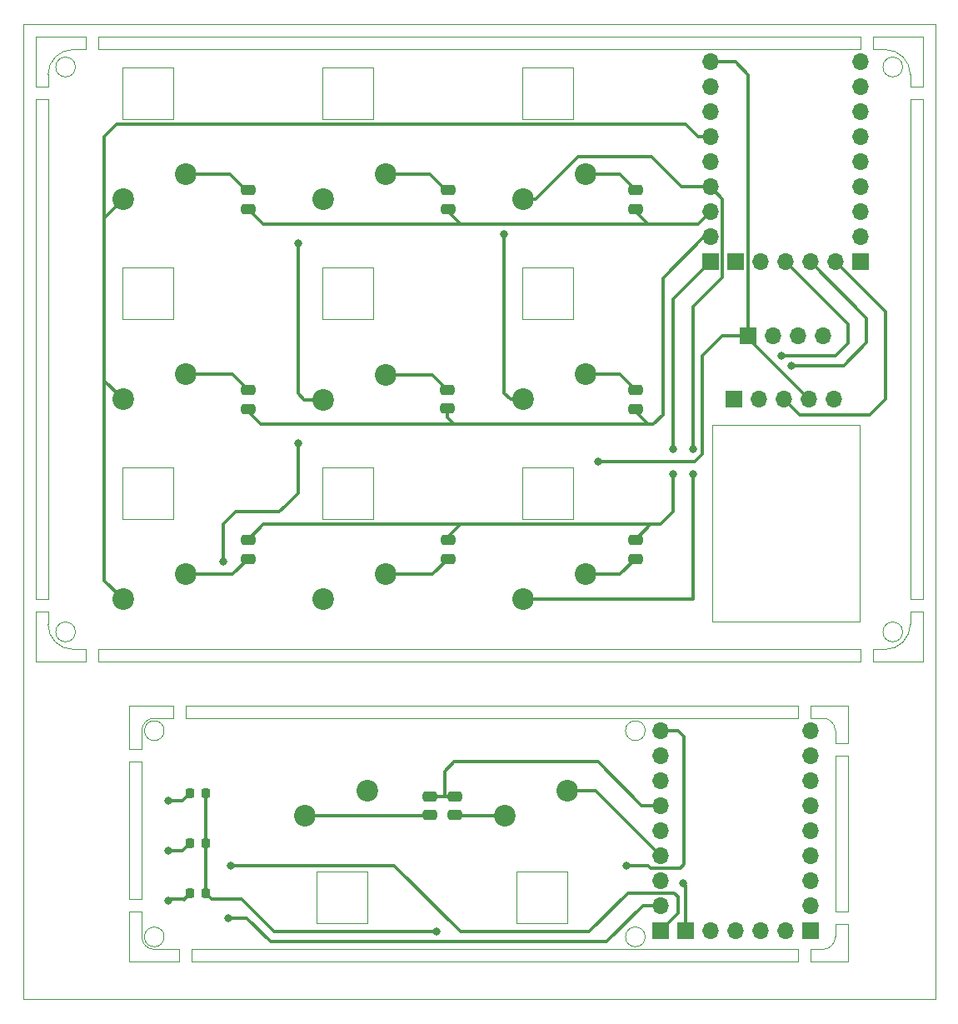
<source format=gbr>
%TF.GenerationSoftware,KiCad,Pcbnew,(6.0.5)*%
%TF.CreationDate,2022-06-14T18:11:56+08:00*%
%TF.ProjectId,keyboard_V4___,6b657962-6f61-4726-945f-56345f087f2e,rev?*%
%TF.SameCoordinates,Original*%
%TF.FileFunction,Copper,L1,Top*%
%TF.FilePolarity,Positive*%
%FSLAX46Y46*%
G04 Gerber Fmt 4.6, Leading zero omitted, Abs format (unit mm)*
G04 Created by KiCad (PCBNEW (6.0.5)) date 2022-06-14 18:11:56*
%MOMM*%
%LPD*%
G01*
G04 APERTURE LIST*
G04 Aperture macros list*
%AMRoundRect*
0 Rectangle with rounded corners*
0 $1 Rounding radius*
0 $2 $3 $4 $5 $6 $7 $8 $9 X,Y pos of 4 corners*
0 Add a 4 corners polygon primitive as box body*
4,1,4,$2,$3,$4,$5,$6,$7,$8,$9,$2,$3,0*
0 Add four circle primitives for the rounded corners*
1,1,$1+$1,$2,$3*
1,1,$1+$1,$4,$5*
1,1,$1+$1,$6,$7*
1,1,$1+$1,$8,$9*
0 Add four rect primitives between the rounded corners*
20,1,$1+$1,$2,$3,$4,$5,0*
20,1,$1+$1,$4,$5,$6,$7,0*
20,1,$1+$1,$6,$7,$8,$9,0*
20,1,$1+$1,$8,$9,$2,$3,0*%
G04 Aperture macros list end*
%TA.AperFunction,Profile*%
%ADD10C,0.050000*%
%TD*%
%TA.AperFunction,SMDPad,CuDef*%
%ADD11RoundRect,0.218750X-0.218750X-0.256250X0.218750X-0.256250X0.218750X0.256250X-0.218750X0.256250X0*%
%TD*%
%TA.AperFunction,SMDPad,CuDef*%
%ADD12RoundRect,0.250000X-0.475000X0.250000X-0.475000X-0.250000X0.475000X-0.250000X0.475000X0.250000X0*%
%TD*%
%TA.AperFunction,ComponentPad*%
%ADD13C,2.200000*%
%TD*%
%TA.AperFunction,ComponentPad*%
%ADD14R,1.700000X1.700000*%
%TD*%
%TA.AperFunction,ComponentPad*%
%ADD15O,1.700000X1.700000*%
%TD*%
%TA.AperFunction,SMDPad,CuDef*%
%ADD16RoundRect,0.250000X0.475000X-0.250000X0.475000X0.250000X-0.475000X0.250000X-0.475000X-0.250000X0*%
%TD*%
%TA.AperFunction,ViaPad*%
%ADD17C,0.800000*%
%TD*%
%TA.AperFunction,Conductor*%
%ADD18C,0.304800*%
%TD*%
G04 APERTURE END LIST*
D10*
X110490000Y-125095000D02*
G75*
G03*
X109220000Y-123825000I-1270000J0D01*
G01*
X40005000Y-146050000D02*
G75*
G03*
X41275000Y-147320000I1270000J0D01*
G01*
X119380000Y-60960000D02*
X118110000Y-60960000D01*
X114300000Y-116840000D02*
X114300000Y-118110000D01*
X30480000Y-113030000D02*
X30480000Y-114300000D01*
X106680000Y-148590000D02*
X106680000Y-147320000D01*
X44450000Y-122555000D02*
X44450000Y-123825000D01*
X40005000Y-125095000D02*
X40005000Y-127000000D01*
X111760000Y-148590000D02*
X111760000Y-144780000D01*
X43241538Y-103567747D02*
X38059938Y-103567747D01*
X38059938Y-103567747D02*
X38059938Y-98356147D01*
X38059938Y-98356147D02*
X43241538Y-98356147D01*
X43241538Y-98356147D02*
X43241538Y-103567747D01*
X110490000Y-126365000D02*
X110490000Y-125095000D01*
X109220000Y-147320000D02*
G75*
G03*
X110490000Y-146050000I0J1270000D01*
G01*
X119380000Y-111760000D02*
X119380000Y-60960000D01*
X113030000Y-55880000D02*
X35560000Y-55880000D01*
X118110000Y-111760000D02*
X119380000Y-111760000D01*
X57789200Y-139414200D02*
X62970800Y-139414200D01*
X62970800Y-139414200D02*
X62970800Y-144666600D01*
X62970800Y-144666600D02*
X57789200Y-144666600D01*
X57789200Y-144666600D02*
X57789200Y-139414200D01*
X113030000Y-55880000D02*
X113030000Y-54610000D01*
X29210000Y-54610000D02*
X29210000Y-59690000D01*
X107950000Y-147320000D02*
X107950000Y-148590000D01*
X35560000Y-116840000D02*
X35560000Y-118110000D01*
X34290000Y-54610000D02*
X34290000Y-55880000D01*
X83870800Y-83235800D02*
X78689200Y-83235800D01*
X78689200Y-83235800D02*
X78689200Y-78054200D01*
X78689200Y-78054200D02*
X83870800Y-78054200D01*
X83870800Y-78054200D02*
X83870800Y-83235800D01*
X40005000Y-128270000D02*
X40005000Y-142240000D01*
X27940000Y-53340000D02*
X120650000Y-53340000D01*
X120650000Y-53340000D02*
X120650000Y-152400000D01*
X120650000Y-152400000D02*
X27940000Y-152400000D01*
X27940000Y-152400000D02*
X27940000Y-53340000D01*
X40005000Y-143510000D02*
X40005000Y-146050000D01*
X114300000Y-55880000D02*
X114300000Y-54610000D01*
X117332000Y-57658000D02*
G75*
G03*
X117332000Y-57658000I-1000000J0D01*
G01*
X110490000Y-144780000D02*
X110490000Y-146050000D01*
X38735000Y-142240000D02*
X38735000Y-128270000D01*
X110490000Y-143510000D02*
X111760000Y-143510000D01*
X111760000Y-143510000D02*
X111760000Y-127635000D01*
X34290000Y-54610000D02*
X29210000Y-54610000D01*
X30480000Y-60960000D02*
X29210000Y-60960000D01*
X83876806Y-103618547D02*
X78695206Y-103618547D01*
X78695206Y-103618547D02*
X78695206Y-98315347D01*
X78695206Y-98315347D02*
X83876806Y-98315347D01*
X83876806Y-98315347D02*
X83876806Y-103618547D01*
X35560000Y-54610000D02*
X35560000Y-55880000D01*
X43241538Y-83255800D02*
X38059938Y-83255800D01*
X38059938Y-83255800D02*
X38059938Y-78054200D01*
X38059938Y-78054200D02*
X43241538Y-78054200D01*
X43241538Y-78054200D02*
X43241538Y-83255800D01*
X111760000Y-144780000D02*
X110490000Y-144780000D01*
X38735000Y-143510000D02*
X40005000Y-143510000D01*
X91170000Y-146050000D02*
G75*
G03*
X91170000Y-146050000I-1000000J0D01*
G01*
X30480000Y-59690000D02*
X30480000Y-58420000D01*
X29210000Y-60960000D02*
X29210000Y-111760000D01*
X119380000Y-54610000D02*
X119380000Y-59690000D01*
X63559172Y-83255800D02*
X58377572Y-83255800D01*
X58377572Y-83255800D02*
X58377572Y-78054200D01*
X58377572Y-78054200D02*
X63559172Y-78054200D01*
X63559172Y-78054200D02*
X63559172Y-83255800D01*
X63550800Y-103575000D02*
X58369200Y-103575000D01*
X58369200Y-103575000D02*
X58369200Y-98322600D01*
X58369200Y-98322600D02*
X63550800Y-98322600D01*
X63550800Y-98322600D02*
X63550800Y-103575000D01*
X33020000Y-55880000D02*
X34290000Y-55880000D01*
X43815000Y-148590000D02*
X43815000Y-147320000D01*
X119380000Y-118110000D02*
X119380000Y-113030000D01*
X43180000Y-123825000D02*
X41275000Y-123825000D01*
X115570000Y-55880000D02*
X114300000Y-55880000D01*
X117332000Y-115062000D02*
G75*
G03*
X117332000Y-115062000I-1000000J0D01*
G01*
X41275000Y-123825000D02*
G75*
G03*
X40005000Y-125095000I0J-1270000D01*
G01*
X40005000Y-127000000D02*
X38735000Y-127000000D01*
X114300000Y-54610000D02*
X119380000Y-54610000D01*
X78109200Y-139398800D02*
X83290800Y-139398800D01*
X83290800Y-139398800D02*
X83290800Y-144651200D01*
X83290800Y-144651200D02*
X78109200Y-144651200D01*
X78109200Y-144651200D02*
X78109200Y-139398800D01*
X118110000Y-60960000D02*
X118110000Y-111760000D01*
X113030000Y-54610000D02*
X35560000Y-54610000D01*
X30480000Y-60960000D02*
X30480000Y-111760000D01*
X106680000Y-147320000D02*
X45085000Y-147320000D01*
X44450000Y-123825000D02*
X106680000Y-123825000D01*
X30480000Y-114300000D02*
G75*
G03*
X33020000Y-116840000I2540000J0D01*
G01*
X42275000Y-125095000D02*
G75*
G03*
X42275000Y-125095000I-1000000J0D01*
G01*
X45085000Y-147320000D02*
X45085000Y-148590000D01*
X110490000Y-127635000D02*
X110490000Y-143510000D01*
X111760000Y-122555000D02*
X111760000Y-126365000D01*
X30480000Y-113030000D02*
X29210000Y-113030000D01*
X107950000Y-148590000D02*
X111760000Y-148590000D01*
X43230800Y-62935800D02*
X38049200Y-62935800D01*
X38049200Y-62935800D02*
X38049200Y-57714200D01*
X38049200Y-57714200D02*
X43230800Y-57714200D01*
X43230800Y-57714200D02*
X43230800Y-62935800D01*
X34290000Y-118110000D02*
X34290000Y-116840000D01*
X38735000Y-122555000D02*
X43180000Y-122555000D01*
X29210000Y-111760000D02*
X30480000Y-111760000D01*
X40005000Y-142240000D02*
X38735000Y-142240000D01*
X111760000Y-127635000D02*
X110490000Y-127635000D01*
X113030000Y-118110000D02*
X113030000Y-116840000D01*
X119380000Y-59690000D02*
X118110000Y-59690000D01*
X106680000Y-122555000D02*
X44450000Y-122555000D01*
X43815000Y-147320000D02*
X41275000Y-147320000D01*
X45085000Y-148590000D02*
X106680000Y-148590000D01*
X115570000Y-116840000D02*
X114300000Y-116840000D01*
X118110000Y-58420000D02*
X118110000Y-59690000D01*
X114300000Y-118110000D02*
X119380000Y-118110000D01*
X109220000Y-123825000D02*
X107950000Y-123825000D01*
X35560000Y-116840000D02*
X113030000Y-116840000D01*
X29210000Y-113030000D02*
X29210000Y-118110000D01*
X107950000Y-123825000D02*
X107950000Y-122555000D01*
X34290000Y-116840000D02*
X33020000Y-116840000D01*
X83870800Y-62925800D02*
X78689200Y-62925800D01*
X78689200Y-62925800D02*
X78689200Y-57683400D01*
X78689200Y-57683400D02*
X83870800Y-57683400D01*
X83870800Y-57683400D02*
X83870800Y-62925800D01*
X38735000Y-127000000D02*
X38735000Y-122555000D01*
X107950000Y-122555000D02*
X111760000Y-122555000D01*
X35560000Y-118110000D02*
X113030000Y-118110000D01*
X33258000Y-57658000D02*
G75*
G03*
X33258000Y-57658000I-1000000J0D01*
G01*
X38735000Y-143510000D02*
X38735000Y-148590000D01*
X91170000Y-125095000D02*
G75*
G03*
X91170000Y-125095000I-1000000J0D01*
G01*
X29210000Y-118110000D02*
X34290000Y-118110000D01*
X33020000Y-55880000D02*
G75*
G03*
X30480000Y-58420000I0J-2540000D01*
G01*
X118110000Y-58420000D02*
G75*
G03*
X115570000Y-55880000I-2540000J0D01*
G01*
X63550800Y-62935800D02*
X58369200Y-62935800D01*
X58369200Y-62935800D02*
X58369200Y-57714200D01*
X58369200Y-57714200D02*
X63550800Y-57714200D01*
X63550800Y-57714200D02*
X63550800Y-62935800D01*
X98000000Y-94000000D02*
X113000000Y-94000000D01*
X113000000Y-94000000D02*
X113000000Y-114000000D01*
X113000000Y-114000000D02*
X98000000Y-114000000D01*
X98000000Y-114000000D02*
X98000000Y-94000000D01*
X29210000Y-59690000D02*
X30480000Y-59690000D01*
X43180000Y-122555000D02*
X43180000Y-123825000D01*
X106680000Y-123825000D02*
X106680000Y-122555000D01*
X42275000Y-146050000D02*
G75*
G03*
X42275000Y-146050000I-1000000J0D01*
G01*
X118110000Y-113030000D02*
X118110000Y-114300000D01*
X115570000Y-116840000D02*
G75*
G03*
X118110000Y-114300000I0J2540000D01*
G01*
X33258000Y-115062000D02*
G75*
G03*
X33258000Y-115062000I-1000000J0D01*
G01*
X38735000Y-148590000D02*
X43815000Y-148590000D01*
X109220000Y-147320000D02*
X107950000Y-147320000D01*
X119380000Y-113030000D02*
X118110000Y-113030000D01*
X111760000Y-126365000D02*
X110490000Y-126365000D01*
X38735000Y-128270000D02*
X40005000Y-128270000D01*
D11*
%TO.P,MODE\uFF13,1*%
%TO.N,N/C*%
X44932500Y-141605000D03*
%TO.P,MODE\uFF13,2*%
X46507500Y-141605000D03*
%TD*%
%TO.P,MODE\uFF12,1*%
%TO.N,N/C*%
X44932500Y-136525000D03*
%TO.P,MODE\uFF12,2*%
X46507500Y-136525000D03*
%TD*%
%TO.P,MODE\uFF11,1*%
%TO.N,N/C*%
X44932500Y-131445000D03*
%TO.P,MODE\uFF11,2*%
X46507500Y-131445000D03*
%TD*%
D12*
%TO.P,TS4148,1*%
%TO.N,N/C*%
X71046677Y-90451243D03*
%TO.P,TS4148,2*%
X71046677Y-92351243D03*
%TD*%
D13*
%TO.P,SW7,1*%
%TO.N,N/C*%
X38100000Y-71120000D03*
%TO.P,SW7,2*%
X44450000Y-68580000D03*
%TD*%
%TO.P,SW8,1*%
%TO.N,N/C*%
X58420000Y-71120000D03*
%TO.P,SW8,2*%
X64770000Y-68580000D03*
%TD*%
D12*
%TO.P,TS4148,1*%
%TO.N,N/C*%
X50800000Y-70170000D03*
%TO.P,TS4148,2*%
X50800000Y-72070000D03*
%TD*%
%TO.P,TS4148,1*%
%TO.N,N/C*%
X71120000Y-105730000D03*
%TO.P,TS4148,2*%
X71120000Y-107630000D03*
%TD*%
D14*
%TO.P,REF\u002A\u002A,1*%
%TO.N,N/C*%
X95250000Y-145415000D03*
D15*
%TO.P,REF\u002A\u002A,2*%
X97790000Y-145415000D03*
%TO.P,REF\u002A\u002A,3*%
X100330000Y-145415000D03*
%TO.P,REF\u002A\u002A,4*%
X102870000Y-145415000D03*
%TO.P,REF\u002A\u002A,5*%
X105410000Y-145415000D03*
%TD*%
D14*
%TO.P,REF\u002A\u002A,1*%
%TO.N,N/C*%
X97790000Y-77470000D03*
D15*
%TO.P,REF\u002A\u002A,2*%
X97790000Y-74930000D03*
%TO.P,REF\u002A\u002A,3*%
X97790000Y-72390000D03*
%TO.P,REF\u002A\u002A,4*%
X97790000Y-69850000D03*
%TO.P,REF\u002A\u002A,5*%
X97790000Y-67310000D03*
%TO.P,REF\u002A\u002A,6*%
X97790000Y-64770000D03*
%TO.P,REF\u002A\u002A,7*%
X97790000Y-62230000D03*
%TO.P,REF\u002A\u002A,8*%
X97790000Y-59690000D03*
%TO.P,REF\u002A\u002A,9*%
X97790000Y-57150000D03*
%TD*%
D12*
%TO.P,TS4148,1*%
%TO.N,N/C*%
X90170000Y-70170000D03*
%TO.P,TS4148,2*%
X90170000Y-72070000D03*
%TD*%
%TO.P,TS4148,1*%
%TO.N,N/C*%
X50800000Y-90490000D03*
%TO.P,TS4148,2*%
X50800000Y-92390000D03*
%TD*%
D13*
%TO.P,SW3,1*%
%TO.N,N/C*%
X78740000Y-111760000D03*
%TO.P,SW3,2*%
X85090000Y-109220000D03*
%TD*%
%TO.P,SW7,1*%
%TO.N,N/C*%
X62920000Y-131220000D03*
%TO.P,SW7,2*%
X56570000Y-133760000D03*
%TD*%
%TO.P,SW7,1*%
%TO.N,N/C*%
X83240000Y-131220000D03*
%TO.P,SW7,2*%
X76890000Y-133760000D03*
%TD*%
%TO.P,SW2,1*%
%TO.N,N/C*%
X58420000Y-111760000D03*
%TO.P,SW2,2*%
X64770000Y-109220000D03*
%TD*%
%TO.P,SW4,1*%
%TO.N,N/C*%
X38100000Y-91440000D03*
%TO.P,SW4,2*%
X44450000Y-88900000D03*
%TD*%
D14*
%TO.P,REF\u002A\u002A,1*%
%TO.N,N/C*%
X113030000Y-77470000D03*
D15*
%TO.P,REF\u002A\u002A,2*%
X113030000Y-74930000D03*
%TO.P,REF\u002A\u002A,3*%
X113030000Y-72390000D03*
%TO.P,REF\u002A\u002A,4*%
X113030000Y-69850000D03*
%TO.P,REF\u002A\u002A,5*%
X113030000Y-67310000D03*
%TO.P,REF\u002A\u002A,6*%
X113030000Y-64770000D03*
%TO.P,REF\u002A\u002A,7*%
X113030000Y-62230000D03*
%TO.P,REF\u002A\u002A,8*%
X113030000Y-59690000D03*
%TO.P,REF\u002A\u002A,9*%
X113030000Y-57150000D03*
%TD*%
D16*
%TO.P,TS4148,1*%
%TO.N,N/C*%
X71810000Y-133665000D03*
%TO.P,TS4148,2*%
X71810000Y-131765000D03*
%TD*%
D13*
%TO.P,SW5,1*%
%TO.N,N/C*%
X58439218Y-91449609D03*
%TO.P,SW5,2*%
X64789218Y-88909609D03*
%TD*%
%TO.P,SW9,1*%
%TO.N,N/C*%
X78740000Y-71120000D03*
%TO.P,SW9,2*%
X85090000Y-68580000D03*
%TD*%
D12*
%TO.P,TS4148,1*%
%TO.N,N/C*%
X90170000Y-105730000D03*
%TO.P,TS4148,2*%
X90170000Y-107630000D03*
%TD*%
D14*
%TO.P,REF\u002A\u002A,1*%
%TO.N,N/C*%
X92710000Y-145415000D03*
D15*
%TO.P,REF\u002A\u002A,2*%
X92710000Y-142875000D03*
%TO.P,REF\u002A\u002A,3*%
X92710000Y-140335000D03*
%TO.P,REF\u002A\u002A,4*%
X92710000Y-137795000D03*
%TO.P,REF\u002A\u002A,5*%
X92710000Y-135255000D03*
%TO.P,REF\u002A\u002A,6*%
X92710000Y-132715000D03*
%TO.P,REF\u002A\u002A,7*%
X92710000Y-130175000D03*
%TO.P,REF\u002A\u002A,8*%
X92710000Y-127635000D03*
%TO.P,REF\u002A\u002A,9*%
X92710000Y-125095000D03*
%TD*%
D13*
%TO.P,SW6,1*%
%TO.N,N/C*%
X78740000Y-91440000D03*
%TO.P,SW6,2*%
X85090000Y-88900000D03*
%TD*%
D14*
%TO.P,REF\u002A\u002A,1*%
%TO.N,N/C*%
X107950000Y-145415000D03*
D15*
%TO.P,REF\u002A\u002A,2*%
X107950000Y-142875000D03*
%TO.P,REF\u002A\u002A,3*%
X107950000Y-140335000D03*
%TO.P,REF\u002A\u002A,4*%
X107950000Y-137795000D03*
%TO.P,REF\u002A\u002A,5*%
X107950000Y-135255000D03*
%TO.P,REF\u002A\u002A,6*%
X107950000Y-132715000D03*
%TO.P,REF\u002A\u002A,7*%
X107950000Y-130175000D03*
%TO.P,REF\u002A\u002A,8*%
X107950000Y-127635000D03*
%TO.P,REF\u002A\u002A,9*%
X107950000Y-125095000D03*
%TD*%
D13*
%TO.P,SW1,1*%
%TO.N,N/C*%
X38100000Y-111760000D03*
%TO.P,SW1,2*%
X44450000Y-109220000D03*
%TD*%
D14*
%TO.P,REF\u002A\u002A,1*%
%TO.N,N/C*%
X100330000Y-77470000D03*
D15*
%TO.P,REF\u002A\u002A,2*%
X102870000Y-77470000D03*
%TO.P,REF\u002A\u002A,3*%
X105410000Y-77470000D03*
%TO.P,REF\u002A\u002A,4*%
X107950000Y-77470000D03*
%TO.P,REF\u002A\u002A,5*%
X110490000Y-77470000D03*
%TD*%
D14*
%TO.P,OLED,1*%
%TO.N,N/C*%
X101610000Y-84963000D03*
D15*
%TO.P,OLED,2*%
X104150000Y-84963000D03*
%TO.P,OLED,3*%
X106690000Y-84963000D03*
%TO.P,OLED,4*%
X109230000Y-84963000D03*
%TD*%
D12*
%TO.P,TS4148,1*%
%TO.N,N/C*%
X90170000Y-90490000D03*
%TO.P,TS4148,2*%
X90170000Y-92390000D03*
%TD*%
D14*
%TO.P,EC11,1*%
%TO.N,N/C*%
X100203000Y-91440000D03*
D15*
%TO.P,EC11,2*%
X102743000Y-91440000D03*
%TO.P,EC11,3*%
X105283000Y-91440000D03*
%TO.P,EC11,4*%
X107823000Y-91440000D03*
%TO.P,EC11,5*%
X110363000Y-91440000D03*
%TD*%
D12*
%TO.P,TS4148,1*%
%TO.N,N/C*%
X50800000Y-105730000D03*
%TO.P,TS4148,2*%
X50800000Y-107630000D03*
%TD*%
%TO.P,TS4148,1*%
%TO.N,N/C*%
X71120000Y-70170000D03*
%TO.P,TS4148,2*%
X71120000Y-72070000D03*
%TD*%
D16*
%TO.P,TS4148,1*%
%TO.N,N/C*%
X69270000Y-133665000D03*
%TO.P,TS4148,2*%
X69270000Y-131765000D03*
%TD*%
D17*
%TO.N,*%
X69977000Y-145542000D03*
X49022000Y-138811000D03*
X106000000Y-88000000D03*
X76835000Y-74676000D03*
X42672000Y-142367000D03*
X96000000Y-96520000D03*
X96000000Y-99060000D03*
X42672000Y-132207000D03*
X42672000Y-137287000D03*
X55880000Y-95885000D03*
X94000000Y-96520000D03*
X93980000Y-99000000D03*
X55880000Y-75565000D03*
X105000000Y-87000000D03*
X48260000Y-107950000D03*
X48768000Y-144145000D03*
X94996000Y-140589000D03*
X89281000Y-138811000D03*
X86360000Y-97790000D03*
%TD*%
D18*
%TO.N,*%
X42672000Y-132207000D02*
X44170500Y-132207000D01*
X44170500Y-132207000D02*
X44932500Y-131445000D01*
X44170500Y-137287000D02*
X44932500Y-136525000D01*
X42672000Y-137287000D02*
X44170500Y-137287000D01*
X47142500Y-142240000D02*
X46507500Y-141605000D01*
X53467000Y-145542000D02*
X50165000Y-142240000D01*
X50165000Y-142240000D02*
X47142500Y-142240000D01*
X69977000Y-145542000D02*
X53467000Y-145542000D01*
X46507500Y-141605000D02*
X46507500Y-131445000D01*
X44268500Y-142240000D02*
X44283000Y-142254500D01*
X42799000Y-142240000D02*
X44268500Y-142240000D01*
X42672000Y-142367000D02*
X42799000Y-142240000D01*
X44283000Y-142254500D02*
X44932500Y-141605000D01*
X44450000Y-109220000D02*
X49210000Y-109220000D01*
X95250000Y-145415000D02*
X95250000Y-140843000D01*
X44450000Y-88900000D02*
X49210000Y-88900000D01*
X49022000Y-138811000D02*
X65659000Y-138811000D01*
X83240000Y-131220000D02*
X86135000Y-131220000D01*
X77470000Y-91440000D02*
X78740000Y-91440000D01*
X64770000Y-109220000D02*
X69530000Y-109220000D01*
X110490000Y-77470000D02*
X115570000Y-82550000D01*
X71120000Y-72390000D02*
X72390000Y-73660000D01*
X76835000Y-74676000D02*
X76835000Y-90805000D01*
X55880000Y-100965000D02*
X54610000Y-102235000D01*
X36195000Y-73025000D02*
X38100000Y-71120000D01*
X105000000Y-87000000D02*
X110520000Y-87000000D01*
X69530000Y-109220000D02*
X71120000Y-107630000D01*
X36195000Y-109855000D02*
X36195000Y-89535000D01*
X101610000Y-85227000D02*
X107823000Y-91440000D01*
X71120000Y-105730000D02*
X71120000Y-105410000D01*
X101610000Y-58430000D02*
X100330000Y-57150000D01*
X91440000Y-138811000D02*
X91694000Y-139065000D01*
X49210000Y-88900000D02*
X50800000Y-90490000D01*
X110520000Y-87000000D02*
X111760000Y-85760000D01*
X91694000Y-139065000D02*
X94742000Y-139065000D01*
X53086000Y-146558000D02*
X87249000Y-146558000D01*
X69505043Y-88909609D02*
X71046677Y-90451243D01*
X97000000Y-97000000D02*
X97000000Y-87000000D01*
X101610000Y-84963000D02*
X101610000Y-58430000D01*
X85471000Y-145542000D02*
X89408000Y-141605000D01*
X91821000Y-66802000D02*
X94869000Y-69850000D01*
X53975000Y-102870000D02*
X49530000Y-102870000D01*
X86360000Y-128270000D02*
X90805000Y-132715000D01*
X96000000Y-111760000D02*
X78740000Y-111760000D01*
X49210000Y-109220000D02*
X50800000Y-107630000D01*
X71755000Y-128270000D02*
X86360000Y-128270000D01*
X94000000Y-99020000D02*
X94000000Y-102850000D01*
X91760000Y-104140000D02*
X72390000Y-104140000D01*
X94000000Y-96520000D02*
X94000000Y-81260000D01*
X93000000Y-92980000D02*
X93000000Y-79085000D01*
X70800000Y-131765000D02*
X71810000Y-131765000D01*
X95250000Y-63500000D02*
X96520000Y-64770000D01*
X50800000Y-92390000D02*
X50800000Y-92710000D01*
X71046677Y-93271677D02*
X71755000Y-93980000D01*
X50800000Y-105730000D02*
X52390000Y-104140000D01*
X92710000Y-104140000D02*
X91760000Y-104140000D01*
X64789218Y-88909609D02*
X69505043Y-88909609D01*
X106000000Y-88000000D02*
X111330000Y-88000000D01*
X54610000Y-102235000D02*
X53975000Y-102870000D01*
X50673000Y-144145000D02*
X53086000Y-146558000D01*
X115570000Y-82550000D02*
X115570000Y-91430000D01*
X94000000Y-81260000D02*
X97790000Y-77470000D01*
X71120000Y-72070000D02*
X71120000Y-72390000D01*
X94000000Y-102850000D02*
X92710000Y-104140000D01*
X50800000Y-72070000D02*
X52390000Y-73660000D01*
X72390000Y-145542000D02*
X85471000Y-145542000D01*
X85090000Y-109220000D02*
X88580000Y-109220000D01*
X96000000Y-82000000D02*
X99000000Y-79000000D01*
X69276000Y-68580000D02*
X70866000Y-70170000D01*
X90170000Y-92390000D02*
X90170000Y-92710000D01*
X94742000Y-139065000D02*
X95123000Y-138684000D01*
X99037000Y-84963000D02*
X101610000Y-84963000D01*
X52070000Y-93980000D02*
X71755000Y-93980000D01*
X92000000Y-93980000D02*
X93000000Y-92980000D01*
X55880000Y-90805000D02*
X56524609Y-91449609D01*
X107950000Y-77470000D02*
X113665000Y-83185000D01*
X115570000Y-91430000D02*
X114000000Y-93000000D01*
X100330000Y-57150000D02*
X97790000Y-57150000D01*
X71755000Y-93980000D02*
X91440000Y-93980000D01*
X48768000Y-144145000D02*
X50673000Y-144145000D01*
X96520000Y-73660000D02*
X97790000Y-72390000D01*
X85090000Y-88900000D02*
X88580000Y-88900000D01*
X36195000Y-89535000D02*
X36195000Y-73025000D01*
X50800000Y-92710000D02*
X52070000Y-93980000D01*
X87249000Y-146558000D02*
X90932000Y-142875000D01*
X56570000Y-133760000D02*
X68955000Y-133760000D01*
X84328000Y-66802000D02*
X91821000Y-66802000D01*
X90170000Y-72070000D02*
X90170000Y-72390000D01*
X37465000Y-63500000D02*
X95250000Y-63500000D01*
X52390000Y-104140000D02*
X72390000Y-104140000D01*
X55880000Y-95885000D02*
X55880000Y-100965000D01*
X80010000Y-71120000D02*
X84328000Y-66802000D01*
X56524609Y-91449609D02*
X58439218Y-91449609D01*
X111760000Y-83820000D02*
X105410000Y-77470000D01*
X90170000Y-105730000D02*
X91760000Y-104140000D01*
X94488000Y-125095000D02*
X92710000Y-125095000D01*
X86360000Y-97790000D02*
X96210000Y-97790000D01*
X48260000Y-104140000D02*
X48260000Y-107950000D01*
X95250000Y-140843000D02*
X94996000Y-140589000D01*
X36195000Y-73025000D02*
X36195000Y-64770000D01*
X89408000Y-141605000D02*
X94107000Y-141605000D01*
X90805000Y-132715000D02*
X92710000Y-132715000D01*
X71046677Y-92351243D02*
X71046677Y-93271677D01*
X52390000Y-73660000D02*
X96520000Y-73660000D01*
X65659000Y-138811000D02*
X72390000Y-145542000D01*
X64770000Y-68580000D02*
X69276000Y-68580000D01*
X85090000Y-68580000D02*
X88580000Y-68580000D01*
X48956000Y-68580000D02*
X50546000Y-70170000D01*
X44450000Y-68580000D02*
X48956000Y-68580000D01*
X113665000Y-83185000D02*
X113665000Y-85665000D01*
X76890000Y-133760000D02*
X72125000Y-133760000D01*
X49530000Y-102870000D02*
X48260000Y-104140000D01*
X90932000Y-142875000D02*
X92710000Y-142875000D01*
X96210000Y-97790000D02*
X97000000Y-97000000D01*
X90170000Y-72390000D02*
X91440000Y-73660000D01*
X99000000Y-79000000D02*
X99000000Y-71060000D01*
X86135000Y-131220000D02*
X92710000Y-137795000D01*
X76835000Y-90805000D02*
X77470000Y-91440000D01*
X111330000Y-88000000D02*
X113665000Y-85665000D01*
X78740000Y-71120000D02*
X80010000Y-71120000D01*
X89281000Y-138811000D02*
X91440000Y-138811000D01*
X94488000Y-141986000D02*
X94488000Y-143637000D01*
X114000000Y-93000000D02*
X106843000Y-93000000D01*
X97000000Y-87000000D02*
X99037000Y-84963000D01*
X97155000Y-74930000D02*
X97790000Y-74930000D01*
X36195000Y-64770000D02*
X37465000Y-63500000D01*
X96000000Y-99060000D02*
X96000000Y-111760000D01*
X94107000Y-141605000D02*
X94488000Y-141986000D01*
X95123000Y-138684000D02*
X95123000Y-125730000D01*
X96520000Y-64770000D02*
X97790000Y-64770000D01*
X94869000Y-69850000D02*
X97790000Y-69850000D01*
X70800000Y-129225000D02*
X71755000Y-128270000D01*
X91440000Y-93980000D02*
X92000000Y-93980000D01*
X99000000Y-71060000D02*
X97790000Y-69850000D01*
X88580000Y-88900000D02*
X90170000Y-90490000D01*
X94488000Y-143637000D02*
X92710000Y-145415000D01*
X93000000Y-79085000D02*
X97155000Y-74930000D01*
X70800000Y-131765000D02*
X70800000Y-129225000D01*
X55880000Y-75565000D02*
X55880000Y-90805000D01*
X88580000Y-109220000D02*
X90170000Y-107630000D01*
X88580000Y-68580000D02*
X90170000Y-70170000D01*
X95123000Y-125730000D02*
X94488000Y-125095000D01*
X71120000Y-105410000D02*
X72390000Y-104140000D01*
X90170000Y-92710000D02*
X91440000Y-93980000D01*
X96000000Y-96520000D02*
X96000000Y-82000000D01*
X101610000Y-84963000D02*
X101610000Y-85227000D01*
X38100000Y-111760000D02*
X36195000Y-109855000D01*
X69270000Y-131765000D02*
X70800000Y-131765000D01*
X106843000Y-93000000D02*
X105283000Y-91440000D01*
X38100000Y-91440000D02*
X36195000Y-89535000D01*
X93980000Y-99000000D02*
X94000000Y-99020000D01*
X111760000Y-85760000D02*
X111760000Y-83820000D01*
%TD*%
M02*

</source>
